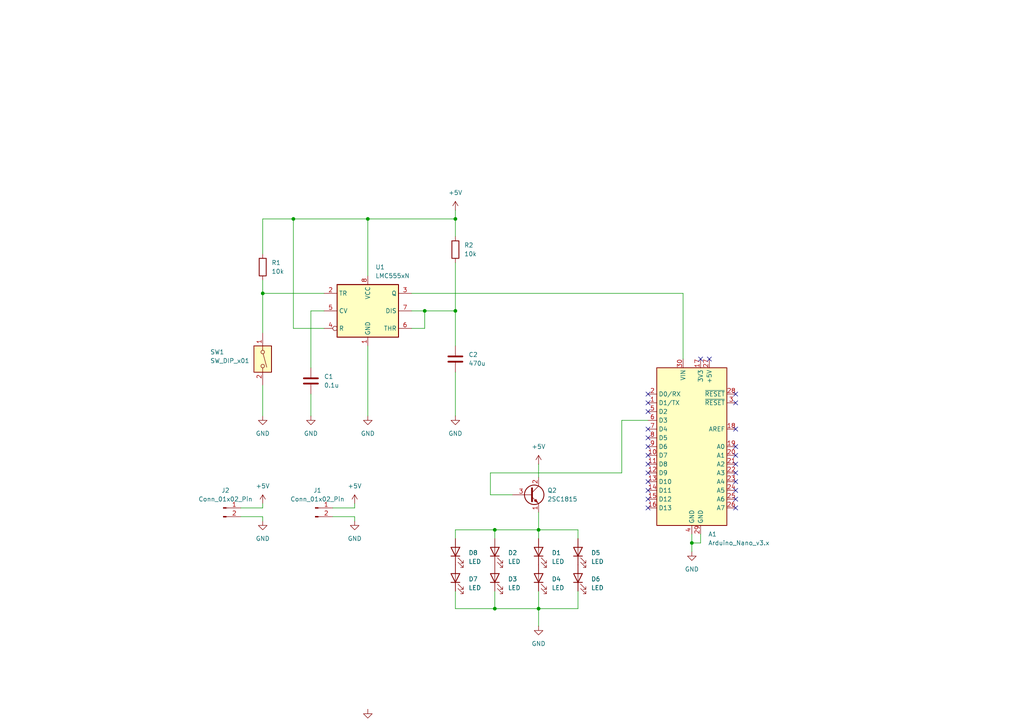
<source format=kicad_sch>
(kicad_sch (version 20231120) (generator "eeschema") (generator_version "8.0")
  (paper "A4")
  (lib_symbols
    (symbol "Connector:Conn_01x02_Pin" (pin_names (offset 1.016) hide)
      (property "Reference" "J" (at 0 2.54 0))
      (property "Value" "Conn_01x02_Pin" (at 0 -5.08 0))
      (symbol "Conn_01x02_Pin_1_1"
        (polyline (pts (xy 1.27 -2.54) (xy 0.8636 -2.54)) (stroke (width 0.1524)))
        (polyline (pts (xy 1.27 0) (xy 0.8636 0)) (stroke (width 0.1524)))
        (rectangle (start 0.8636 -2.413) (end 0 -2.667) (stroke (width 0.1524)) (fill (type outline)))
        (rectangle (start 0.8636 0.127) (end 0 -0.127) (stroke (width 0.1524)) (fill (type outline)))
        (pin passive line (at 5.08 0 180) (length 3.81) (name "Pin_1") (number "1"))
        (pin passive line (at 5.08 -2.54 180) (length 3.81) (name "Pin_2") (number "2"))
      )
    )
    (symbol "Device:C" (pin_numbers hide) (pin_names (offset 0.254))
      (property "Reference" "C" (at 0.635 2.54 0))
      (property "Value" "C" (at 0.635 -2.54 0))
      (symbol "C_0_1"
        (polyline (pts (xy -2.032 -0.762) (xy 2.032 -0.762)) (stroke (width 0.508)))
        (polyline (pts (xy -2.032 0.762) (xy 2.032 0.762)) (stroke (width 0.508)))
      )
      (symbol "C_1_1"
        (pin passive line (at 0 3.81 270) (length 2.794) (name "~") (number "1"))
        (pin passive line (at 0 -3.81 90) (length 2.794) (name "~") (number "2"))
      )
    )
    (symbol "Device:LED" (pin_numbers hide) (pin_names (offset 1.016) hide)
      (property "Reference" "D" (at 0 2.54 0))
      (property "Value" "LED" (at 0 -2.54 0))
      (symbol "LED_0_1"
        (polyline (pts (xy -1.27 -1.27) (xy -1.27 1.27)) (stroke (width 0.254)))
        (polyline (pts (xy -1.27 0) (xy 1.27 0)))
        (polyline (pts (xy 1.27 -1.27) (xy 1.27 1.27) (xy -1.27 0) (xy 1.27 -1.27)) (stroke (width 0.254)))
        (polyline (pts (xy -3.048 -0.762) (xy -4.572 -2.286) (xy -3.81 -2.286) (xy -4.572 -2.286) (xy -4.572 -1.524)))
        (polyline (pts (xy -1.778 -0.762) (xy -3.302 -2.286) (xy -2.54 -2.286) (xy -3.302 -2.286) (xy -3.302 -1.524)))
      )
      (symbol "LED_1_1"
        (pin passive line (at -3.81 0 0) (length 2.54) (name "K") (number "1"))
        (pin passive line (at 3.81 0 180) (length 2.54) (name "A") (number "2"))
      )
    )
    (symbol "Device:R" (pin_numbers hide) (pin_names (offset 0))
      (property "Reference" "R" (at 2.032 0 90))
      (property "Value" "R" (at 0 0 90))
      (symbol "R_0_1"
        (rectangle (start -1.016 -2.54) (end 1.016 2.54) (stroke (width 0.254)))
      )
      (symbol "R_1_1"
        (pin passive line (at 0 3.81 270) (length 1.27) (name "~") (number "1"))
        (pin passive line (at 0 -3.81 90) (length 1.27) (name "~") (number "2"))
      )
    )
    (symbol "MCU_Module:Arduino_Nano_v3.x"
      (property "Reference" "A" (at -10.16 23.495 0))
      (property "Value" "Arduino_Nano_v3.x" (at 5.08 -24.13 0))
      (symbol "Arduino_Nano_v3.x_0_1"
        (rectangle (start -10.16 22.86) (end 10.16 -22.86) (stroke (width 0.254)) (fill (type background)))
      )
      (symbol "Arduino_Nano_v3.x_1_1"
        (pin bidirectional line (at -12.7 12.7 0) (length 2.54) (name "D1/TX") (number "1"))
        (pin bidirectional line (at -12.7 -2.54 0) (length 2.54) (name "D7") (number "10"))
        (pin bidirectional line (at -12.7 -5.08 0) (length 2.54) (name "D8") (number "11"))
        (pin bidirectional line (at -12.7 -7.62 0) (length 2.54) (name "D9") (number "12"))
        (pin bidirectional line (at -12.7 -10.16 0) (length 2.54) (name "D10") (number "13"))
        (pin bidirectional line (at -12.7 -12.7 0) (length 2.54) (name "D11") (number "14"))
        (pin bidirectional line (at -12.7 -15.24 0) (length 2.54) (name "D12") (number "15"))
        (pin bidirectional line (at -12.7 -17.78 0) (length 2.54) (name "D13") (number "16"))
        (pin power_out line (at 2.54 25.4 270) (length 2.54) (name "3V3") (number "17"))
        (pin input line (at 12.7 5.08 180) (length 2.54) (name "AREF") (number "18"))
        (pin bidirectional line (at 12.7 0 180) (length 2.54) (name "A0") (number "19"))
        (pin bidirectional line (at -12.7 15.24 0) (length 2.54) (name "D0/RX") (number "2"))
        (pin bidirectional line (at 12.7 -2.54 180) (length 2.54) (name "A1") (number "20"))
        (pin bidirectional line (at 12.7 -5.08 180) (length 2.54) (name "A2") (number "21"))
        (pin bidirectional line (at 12.7 -7.62 180) (length 2.54) (name "A3") (number "22"))
        (pin bidirectional line (at 12.7 -10.16 180) (length 2.54) (name "A4") (number "23"))
        (pin bidirectional line (at 12.7 -12.7 180) (length 2.54) (name "A5") (number "24"))
        (pin bidirectional line (at 12.7 -15.24 180) (length 2.54) (name "A6") (number "25"))
        (pin bidirectional line (at 12.7 -17.78 180) (length 2.54) (name "A7") (number "26"))
        (pin power_out line (at 5.08 25.4 270) (length 2.54) (name "+5V") (number "27"))
        (pin input line (at 12.7 15.24 180) (length 2.54) (name "~{RESET}") (number "28"))
        (pin power_in line (at 2.54 -25.4 90) (length 2.54) (name "GND") (number "29"))
        (pin input line (at 12.7 12.7 180) (length 2.54) (name "~{RESET}") (number "3"))
        (pin power_in line (at -2.54 25.4 270) (length 2.54) (name "VIN") (number "30"))
        (pin power_in line (at 0 -25.4 90) (length 2.54) (name "GND") (number "4"))
        (pin bidirectional line (at -12.7 10.16 0) (length 2.54) (name "D2") (number "5"))
        (pin bidirectional line (at -12.7 7.62 0) (length 2.54) (name "D3") (number "6"))
        (pin bidirectional line (at -12.7 5.08 0) (length 2.54) (name "D4") (number "7"))
        (pin bidirectional line (at -12.7 2.54 0) (length 2.54) (name "D5") (number "8"))
        (pin bidirectional line (at -12.7 0 0) (length 2.54) (name "D6") (number "9"))
      )
    )
    (symbol "Switch:SW_DIP_x01" (pin_names (offset 0) hide)
      (property "Reference" "SW" (at 0 3.81 0))
      (property "Value" "SW_DIP_x01" (at 0 -3.81 0))
      (symbol "SW_DIP_x01_0_0"
        (circle (center -2.032 0) (radius 0.508))
        (polyline (pts (xy -1.524 0.127) (xy 2.3622 1.1684)))
        (circle (center 2.032 0) (radius 0.508))
      )
      (symbol "SW_DIP_x01_0_1"
        (rectangle (start -3.81 2.54) (end 3.81 -2.54) (stroke (width 0.254)) (fill (type background)))
      )
      (symbol "SW_DIP_x01_1_1"
        (pin passive line (at -7.62 0 0) (length 5.08) (name "~") (number "1"))
        (pin passive line (at 7.62 0 180) (length 5.08) (name "~") (number "2"))
      )
    )
    (symbol "Timer:LMC555xN"
      (property "Reference" "U" (at -10.16 8.89 0))
      (property "Value" "LMC555xN" (at 2.54 8.89 0))
      (symbol "LMC555xN_0_0"
        (pin power_in line (at 0 -10.16 90) (length 2.54) (name "GND") (number "1"))
        (pin power_in line (at 0 10.16 270) (length 2.54) (name "VCC") (number "8"))
      )
      (symbol "LMC555xN_0_1"
        (rectangle (start -8.89 -7.62) (end 8.89 7.62) (stroke (width 0.254)) (fill (type background)))
        (rectangle (start -8.89 -7.62) (end 8.89 7.62) (stroke (width 0.254)) (fill (type background)))
      )
      (symbol "LMC555xN_1_1"
        (pin input line (at -12.7 5.08 0) (length 3.81) (name "TR") (number "2"))
        (pin output line (at 12.7 5.08 180) (length 3.81) (name "Q") (number "3"))
        (pin input inverted (at -12.7 -5.08 0) (length 3.81) (name "R") (number "4"))
        (pin input line (at -12.7 0 0) (length 3.81) (name "CV") (number "5"))
        (pin input line (at 12.7 -5.08 180) (length 3.81) (name "THR") (number "6"))
        (pin input line (at 12.7 0 180) (length 3.81) (name "DIS") (number "7"))
      )
    )
    (symbol "Transistor_BJT:2SC1815" (pin_names (offset 0) hide)
      (property "Reference" "Q" (at 5.08 1.905 0))
      (property "Value" "2SC1815" (at 5.08 0 0))
      (symbol "2SC1815_0_1"
        (polyline (pts (xy 0 0) (xy 0.508 0)))
        (polyline (pts (xy 0.635 0.635) (xy 2.54 2.54)))
        (polyline (pts (xy 0.635 -0.635) (xy 2.54 -2.54) (xy 2.54 -2.54)))
        (polyline (pts (xy 0.635 1.905) (xy 0.635 -1.905) (xy 0.635 -1.905)) (stroke (width 0.508)))
        (polyline (pts (xy 1.27 -1.778) (xy 1.778 -1.27) (xy 2.286 -2.286) (xy 1.27 -1.778) (xy 1.27 -1.778)) (fill (type outline)))
        (circle (center 1.27 0) (radius 2.8194) (stroke (width 0.254)))
      )
      (symbol "2SC1815_1_1"
        (pin passive line (at 2.54 -5.08 90) (length 2.54) (name "E") (number "1"))
        (pin passive line (at 2.54 5.08 270) (length 2.54) (name "C") (number "2"))
        (pin input line (at -5.08 0 0) (length 5.08) (name "B") (number "3"))
      )
    )
    (symbol "power:+5V" (power) (pin_numbers hide) (pin_names (offset 0) hide)
      (property "Value" "+5V" (at 0 3.556 0))
      (symbol "+5V_0_1"
        (polyline (pts (xy -0.762 1.27) (xy 0 2.54)))
        (polyline (pts (xy 0 0) (xy 0 2.54)))
        (polyline (pts (xy 0 2.54) (xy 0.762 1.27)))
      )
      (symbol "+5V_1_1"
        (pin power_in line (at 0 0 90) (length 0) (name "~") (number "1"))
      )
    )
    (symbol "power:GND" (power) (pin_numbers hide) (pin_names (offset 0) hide)
      (property "Value" "GND" (at 0 -3.81 0))
      (symbol "GND_0_1"
        (polyline (pts (xy 0 0) (xy 0 -1.27) (xy 1.27 -1.27) (xy 0 -2.54) (xy -1.27 -1.27) (xy 0 -1.27)))
      )
      (symbol "GND_1_1"
        (pin power_in line (at 0 0 270) (length 0) (name "~") (number "1"))
      )
    )
  )
  (junction (at 200.66 157.48))
  (junction (at 123.19 90.17))
  (junction (at 143.51 176.53))
  (junction (at 143.51 153.67))
  (junction (at 132.08 63.5))
  (junction (at 106.68 63.5))
  (junction (at 85.09 63.5))
  (junction (at 76.2 85.09))
  (junction (at 132.08 90.17))
  (junction (at 156.21 153.67))
  (junction (at 156.21 176.53))
  (no_connect (at 203.2 104.14))
  (no_connect (at 213.36 142.24))
  (no_connect (at 187.96 139.7))
  (no_connect (at 205.74 104.14))
  (no_connect (at 187.96 144.78))
  (no_connect (at 187.96 134.62))
  (no_connect (at 187.96 114.3))
  (no_connect (at 187.96 119.38))
  (no_connect (at 213.36 114.3))
  (no_connect (at 213.36 134.62))
  (no_connect (at 213.36 147.32))
  (no_connect (at 213.36 124.46))
  (no_connect (at 187.96 137.16))
  (no_connect (at 213.36 137.16))
  (no_connect (at 187.96 132.08))
  (no_connect (at 213.36 139.7))
  (no_connect (at 187.96 129.54))
  (no_connect (at 187.96 127))
  (no_connect (at 213.36 116.84))
  (no_connect (at 213.36 132.08))
  (no_connect (at 213.36 144.78))
  (no_connect (at 187.96 147.32))
  (no_connect (at 187.96 124.46))
  (no_connect (at 187.96 142.24))
  (no_connect (at 213.36 129.54))
  (no_connect (at 187.96 116.84))
  (wire (pts (xy 106.68 63.5) (xy 132.08 63.5)))
  (wire (pts (xy 102.87 149.86) (xy 102.87 151.13)))
  (wire (pts (xy 76.2 81.28) (xy 76.2 85.09)))
  (wire (pts (xy 119.38 95.25) (xy 123.19 95.25)))
  (wire (pts (xy 132.08 153.67) (xy 143.51 153.67)))
  (wire (pts (xy 156.21 134.62) (xy 156.21 138.43)))
  (wire (pts (xy 198.12 85.09) (xy 198.12 104.14)))
  (wire (pts (xy 76.2 149.86) (xy 76.2 151.13)))
  (wire (pts (xy 203.2 157.48) (xy 200.66 157.48)))
  (wire (pts (xy 132.08 76.2) (xy 132.08 90.17)))
  (wire (pts (xy 106.68 63.5) (xy 106.68 80.01)))
  (wire (pts (xy 76.2 85.09) (xy 76.2 96.52)))
  (wire (pts (xy 132.08 176.53) (xy 143.51 176.53)))
  (wire (pts (xy 132.08 156.21) (xy 132.08 153.67)))
  (wire (pts (xy 167.64 171.45) (xy 167.64 176.53)))
  (wire (pts (xy 180.34 137.16) (xy 180.34 121.92)))
  (wire (pts (xy 156.21 176.53) (xy 156.21 181.61)))
  (wire (pts (xy 102.87 149.86) (xy 96.52 149.86)))
  (wire (pts (xy 119.38 90.17) (xy 123.19 90.17)))
  (wire (pts (xy 180.34 121.92) (xy 187.96 121.92)))
  (wire (pts (xy 132.08 63.5) (xy 132.08 68.58)))
  (wire (pts (xy 167.64 176.53) (xy 156.21 176.53)))
  (wire (pts (xy 156.21 153.67) (xy 156.21 156.21)))
  (wire (pts (xy 119.38 85.09) (xy 198.12 85.09)))
  (wire (pts (xy 156.21 153.67) (xy 143.51 153.67)))
  (wire (pts (xy 143.51 171.45) (xy 143.51 176.53)))
  (wire (pts (xy 69.85 147.32) (xy 76.2 147.32)))
  (wire (pts (xy 102.87 147.32) (xy 102.87 146.05)))
  (wire (pts (xy 156.21 148.59) (xy 156.21 153.67)))
  (wire (pts (xy 200.66 154.94) (xy 200.66 157.48)))
  (wire (pts (xy 96.52 147.32) (xy 102.87 147.32)))
  (wire (pts (xy 200.66 157.48) (xy 200.66 160.02)))
  (wire (pts (xy 132.08 90.17) (xy 132.08 100.33)))
  (wire (pts (xy 93.98 90.17) (xy 90.17 90.17)))
  (wire (pts (xy 132.08 60.96) (xy 132.08 63.5)))
  (wire (pts (xy 76.2 73.66) (xy 76.2 63.5)))
  (wire (pts (xy 85.09 63.5) (xy 106.68 63.5)))
  (wire (pts (xy 76.2 111.76) (xy 76.2 120.65)))
  (wire (pts (xy 76.2 149.86) (xy 69.85 149.86)))
  (wire (pts (xy 85.09 63.5) (xy 85.09 95.25)))
  (wire (pts (xy 156.21 171.45) (xy 156.21 176.53)))
  (wire (pts (xy 76.2 147.32) (xy 76.2 146.05)))
  (wire (pts (xy 156.21 153.67) (xy 167.64 153.67)))
  (wire (pts (xy 132.08 120.65) (xy 132.08 107.95)))
  (wire (pts (xy 123.19 90.17) (xy 123.19 95.25)))
  (wire (pts (xy 142.24 137.16) (xy 142.24 143.51)))
  (wire (pts (xy 76.2 63.5) (xy 85.09 63.5)))
  (wire (pts (xy 106.68 100.33) (xy 106.68 120.65)))
  (wire (pts (xy 167.64 153.67) (xy 167.64 156.21)))
  (wire (pts (xy 142.24 143.51) (xy 148.59 143.51)))
  (wire (pts (xy 203.2 154.94) (xy 203.2 157.48)))
  (wire (pts (xy 142.24 137.16) (xy 180.34 137.16)))
  (wire (pts (xy 93.98 95.25) (xy 85.09 95.25)))
  (wire (pts (xy 123.19 90.17) (xy 132.08 90.17)))
  (wire (pts (xy 90.17 114.3) (xy 90.17 120.65)))
  (wire (pts (xy 132.08 171.45) (xy 132.08 176.53)))
  (wire (pts (xy 76.2 85.09) (xy 93.98 85.09)))
  (wire (pts (xy 143.51 153.67) (xy 143.51 156.21)))
  (wire (pts (xy 90.17 90.17) (xy 90.17 106.68)))
  (wire (pts (xy 143.51 176.53) (xy 156.21 176.53)))
  (symbol (lib_id "power:GND") (at 106.68 205.74 0) (unit 1)
    (property "Reference" "#PWR010" (effects (hide yes)))
    (property "Value" "GND" (at 106.68 210.82 0))
    (property "Description" "Power symbol creates a global label with name \"GND\" , ground" (effects (hide yes)))
  )
  (symbol (lib_id "power:+5V") (at 102.87 146.05 0) (unit 1)
    (property "Reference" "#PWR09" (effects (hide yes)))
    (property "Value" "+5V" (at 102.87 140.97 0))
    (property "Description" "Power symbol creates a global label with name \"+5V\"" (effects (hide yes)))
  )
  (symbol (lib_id "Device:LED") (at 156.21 160.02 90) (unit 1)
    (property "Reference" "D1" (at 160.02 160.3374 90) (effects (justify right)))
    (property "Value" "LED" (at 160.02 162.8774 90) (effects (justify right)))
    (property "Footprint" "LED_THT:LED_D1.8mm_W3.3mm_H2.4mm" (effects (hide yes)))
    (property "Description" "Light emitting diode" (effects (hide yes)))
  )
  (symbol (lib_id "power:GND") (at 102.87 151.13 0) (unit 1)
    (property "Reference" "#PWR011" (effects (hide yes)))
    (property "Value" "GND" (at 102.87 156.21 0))
    (property "Description" "Power symbol creates a global label with name \"GND\" , ground" (effects (hide yes)))
  )
  (symbol (lib_id "power:GND") (at 106.68 120.65 0) (unit 1)
    (property "Reference" "#PWR02" (effects (hide yes)))
    (property "Value" "GND" (at 106.68 125.73 0))
    (property "Description" "Power symbol creates a global label with name \"GND\" , ground" (effects (hide yes)))
  )
  (symbol (lib_id "power:GND") (at 76.2 120.65 0) (unit 1)
    (property "Reference" "#PWR01" (effects (hide yes)))
    (property "Value" "GND" (at 76.2 125.73 0))
    (property "Description" "Power symbol creates a global label with name \"GND\" , ground" (effects (hide yes)))
  )
  (symbol (lib_id "power:GND") (at 76.2 151.13 0) (unit 1)
    (property "Reference" "#PWR013" (effects (hide yes)))
    (property "Value" "GND" (at 76.2 156.21 0))
    (property "Description" "Power symbol creates a global label with name \"GND\" , ground" (effects (hide yes)))
  )
  (symbol (lib_id "Device:LED") (at 143.51 167.64 90) (unit 1)
    (property "Reference" "D3" (at 147.32 167.9574 90) (effects (justify right)))
    (property "Value" "LED" (at 147.32 170.4974 90) (effects (justify right)))
    (property "Footprint" "LED_THT:LED_D1.8mm_W3.3mm_H2.4mm" (effects (hide yes)))
    (property "Description" "Light emitting diode" (effects (hide yes)))
  )
  (symbol (lib_id "Device:R") (at 132.08 72.39 0) (unit 1)
    (property "Reference" "R2" (at 134.62 71.1199 0) (effects (justify left)))
    (property "Value" "10k" (at 134.62 73.6599 0) (effects (justify left)))
    (property "Footprint" "Resistor_THT:R_Axial_DIN0207_L6.3mm_D2.5mm_P7.62mm_Horizontal" (effects (hide yes)))
    (property "Description" "Resistor" (effects (hide yes)))
  )
  (symbol (lib_id "Device:LED") (at 143.51 160.02 90) (unit 1)
    (property "Reference" "D2" (at 147.32 160.3374 90) (effects (justify right)))
    (property "Value" "LED" (at 147.32 162.8774 90) (effects (justify right)))
    (property "Footprint" "LED_THT:LED_D1.8mm_W3.3mm_H2.4mm" (effects (hide yes)))
    (property "Description" "Light emitting diode" (effects (hide yes)))
  )
  (symbol (lib_id "power:GND") (at 90.17 120.65 0) (unit 1)
    (property "Reference" "#PWR03" (effects (hide yes)))
    (property "Value" "GND" (at 90.17 125.73 0))
    (property "Description" "Power symbol creates a global label with name \"GND\" , ground" (effects (hide yes)))
  )
  (symbol (lib_id "power:GND") (at 200.66 160.02 0) (unit 1)
    (property "Reference" "#PWR06" (effects (hide yes)))
    (property "Value" "GND" (at 200.66 165.1 0))
    (property "Description" "Power symbol creates a global label with name \"GND\" , ground" (effects (hide yes)))
  )
  (symbol (lib_id "Device:C") (at 90.17 110.49 0) (unit 1)
    (property "Reference" "C1" (at 93.98 109.2199 0) (effects (justify left)))
    (property "Value" "0.1u" (at 93.98 111.7599 0) (effects (justify left)))
    (property "Footprint" "Capacitor_THT:C_Disc_D4.7mm_W2.5mm_P5.00mm" (effects (hide yes)))
    (property "Description" "Unpolarized capacitor" (effects (hide yes)))
  )
  (symbol (lib_id "power:GND") (at 132.08 120.65 0) (unit 1)
    (property "Reference" "#PWR05" (effects (hide yes)))
    (property "Value" "GND" (at 132.08 125.73 0))
    (property "Description" "Power symbol creates a global label with name \"GND\" , ground" (effects (hide yes)))
  )
  (symbol (lib_id "Timer:LMC555xN") (at 106.68 90.17 0) (unit 1)
    (property "Reference" "U1" (at 108.8741 77.47 0) (effects (justify left)))
    (property "Value" "LMC555xN" (at 108.8741 80.01 0) (effects (justify left)))
    (property "Footprint" "Package_DIP:DIP-8_W7.62mm" (effects (hide yes)))
    (property "Datasheet" "http://www.ti.com/lit/ds/symlink/lmc555.pdf" (effects (hide yes)))
    (property "Description" "CMOS Timer, 555 compatible, PDIP-8" (effects (hide yes)))
  )
  (symbol (lib_id "power:+5V") (at 156.21 134.62 0) (unit 1)
    (property "Reference" "#PWR08" (effects (hide yes)))
    (property "Value" "+5V" (at 156.21 129.54 0))
    (property "Description" "Power symbol creates a global label with name \"+5V\"" (effects (hide yes)))
  )
  (symbol (lib_id "Device:R") (at 76.2 77.47 0) (unit 1)
    (property "Reference" "R1" (at 78.74 76.1999 0) (effects (justify left)))
    (property "Value" "10k" (at 78.74 78.7399 0) (effects (justify left)))
    (property "Footprint" "Resistor_THT:R_Axial_DIN0207_L6.3mm_D2.5mm_P7.62mm_Horizontal" (effects (hide yes)))
    (property "Description" "Resistor" (effects (hide yes)))
  )
  (symbol (lib_id "MCU_Module:Arduino_Nano_v3.x") (at 200.66 129.54 0) (unit 1)
    (property "Reference" "A1" (at 205.3941 154.94 0) (effects (justify left)))
    (property "Value" "Arduino_Nano_v3.x" (at 205.3941 157.48 0) (effects (justify left)))
    (property "Footprint" "Module:Arduino_Nano" (effects (hide yes)))
    (property "Datasheet" "http://www.mouser.com/pdfdocs/Gravitech_Arduino_Nano3_0.pdf" (effects (hide yes)))
    (property "Description" "Arduino Nano v3.x" (effects (hide yes)))
  )
  (symbol (lib_id "Device:LED") (at 132.08 167.64 90) (unit 1)
    (property "Reference" "D7" (at 135.89 167.9574 90) (effects (justify right)))
    (property "Value" "LED" (at 135.89 170.4974 90) (effects (justify right)))
    (property "Footprint" "LED_THT:LED_D1.8mm_W3.3mm_H2.4mm" (effects (hide yes)))
    (property "Description" "Light emitting diode" (effects (hide yes)))
  )
  (symbol (lib_id "Connector:Conn_01x02_Pin") (at 64.77 147.32 0) (unit 1)
    (property "Reference" "J2" (at 65.405 142.24 0))
    (property "Value" "Conn_01x02_Pin" (at 65.405 144.78 0))
    (property "Footprint" "test_foot:battery_20mpich" (effects (hide yes)))
    (property "Description" "Generic connector, single row, 01x02, script generated" (effects (hide yes)))
  )
  (symbol (lib_id "power:GND") (at 156.21 181.61 0) (unit 1)
    (property "Reference" "#PWR07" (effects (hide yes)))
    (property "Value" "GND" (at 156.21 186.69 0))
    (property "Description" "Power symbol creates a global label with name \"GND\" , ground" (effects (hide yes)))
  )
  (symbol (lib_id "Device:LED") (at 167.64 167.64 90) (unit 1)
    (property "Reference" "D6" (at 171.45 167.9574 90) (effects (justify right)))
    (property "Value" "LED" (at 171.45 170.4974 90) (effects (justify right)))
    (property "Footprint" "LED_THT:LED_D1.8mm_W3.3mm_H2.4mm" (effects (hide yes)))
    (property "Description" "Light emitting diode" (effects (hide yes)))
  )
  (symbol (lib_id "Device:LED") (at 132.08 160.02 90) (unit 1)
    (property "Reference" "D8" (at 135.89 160.3374 90) (effects (justify right)))
    (property "Value" "LED" (at 135.89 162.8774 90) (effects (justify right)))
    (property "Footprint" "LED_THT:LED_D1.8mm_W3.3mm_H2.4mm" (effects (hide yes)))
    (property "Description" "Light emitting diode" (effects (hide yes)))
  )
  (symbol (lib_id "Connector:Conn_01x02_Pin") (at 91.44 147.32 0) (unit 1)
    (property "Reference" "J1" (at 92.075 142.24 0))
    (property "Value" "Conn_01x02_Pin" (at 92.075 144.78 0))
    (property "Footprint" "test_foot:battery_20mpich" (effects (hide yes)))
    (property "Description" "Generic connector, single row, 01x02, script generated" (effects (hide yes)))
  )
  (symbol (lib_id "Switch:SW_DIP_x01") (at 76.2 104.14 270) (unit 1)
    (property "Reference" "SW1" (at 60.96 102.108 90) (effects (justify left)))
    (property "Value" "SW_DIP_x01" (at 60.96 104.648 90) (effects (justify left)))
    (property "Footprint" "Connector_PinHeader_2.54mm:PinHeader_1x02_P2.54mm_Vertical" (effects (hide yes)))
    (property "Description" "1x DIP Switch, Single Pole Single Throw (SPST) switch, small symbol" (effects (hide yes)))
  )
  (symbol (lib_id "Device:LED") (at 167.64 160.02 90) (unit 1)
    (property "Reference" "D5" (at 171.45 160.3374 90) (effects (justify right)))
    (property "Value" "LED" (at 171.45 162.8774 90) (effects (justify right)))
    (property "Footprint" "LED_THT:LED_D1.8mm_W3.3mm_H2.4mm" (effects (hide yes)))
    (property "Description" "Light emitting diode" (effects (hide yes)))
  )
  (symbol (lib_id "Device:LED") (at 156.21 167.64 90) (unit 1)
    (property "Reference" "D4" (at 160.02 167.9574 90) (effects (justify right)))
    (property "Value" "LED" (at 160.02 170.4974 90) (effects (justify right)))
    (property "Footprint" "LED_THT:LED_D1.8mm_W3.3mm_H2.4mm" (effects (hide yes)))
    (property "Description" "Light emitting diode" (effects (hide yes)))
  )
  (symbol (lib_id "power:+5V") (at 132.08 60.96 0) (unit 1)
    (property "Reference" "#PWR04" (effects (hide yes)))
    (property "Value" "+5V" (at 132.08 55.88 0))
    (property "Description" "Power symbol creates a global label with name \"+5V\"" (effects (hide yes)))
  )
  (symbol (lib_id "Transistor_BJT:2SC1815") (at 153.67 143.51 0) (unit 1)
    (property "Reference" "Q2" (at 158.75 142.2399 0) (effects (justify left)))
    (property "Value" "2SC1815" (at 158.75 144.7799 0) (effects (justify left)))
    (property "Footprint" "test_foot:2SC1815" (effects (hide yes)))
    (property "Datasheet" "https://media.digikey.com/pdf/Data%20Sheets/Toshiba%20PDFs/2SC1815.pdf" (effects (hide yes)))
    (property "Description" "0.15A Ic, 50V Vce, Low Noise Audio NPN Transistor, TO-92" (effects (hide yes)))
  )
  (symbol (lib_id "power:+5V") (at 76.2 146.05 0) (unit 1)
    (property "Reference" "#PWR012" (effects (hide yes)))
    (property "Value" "+5V" (at 76.2 140.97 0))
    (property "Description" "Power symbol creates a global label with name \"+5V\"" (effects (hide yes)))
  )
  (symbol (lib_id "Device:C") (at 132.08 104.14 0) (unit 1)
    (property "Reference" "C2" (at 135.89 102.8699 0) (effects (justify left)))
    (property "Value" "470u" (at 135.89 105.4099 0) (effects (justify left)))
    (property "Footprint" "Capacitor_THT:C_Disc_D4.7mm_W2.5mm_P5.00mm" (effects (hide yes)))
    (property "Description" "Unpolarized capacitor" (effects (hide yes)))
  )
)
</source>
